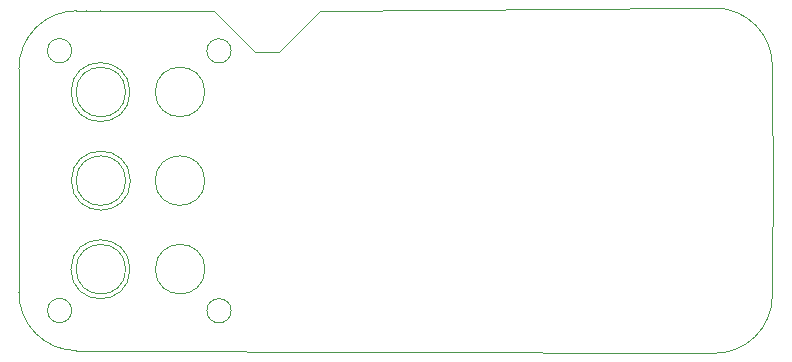
<source format=gbr>
%TF.GenerationSoftware,Altium Limited,Altium Designer,20.2.6 (244)*%
G04 Layer_Color=16711935*
%FSLAX45Y45*%
%MOMM*%
%TF.SameCoordinates,BE144905-350C-4E41-9AB6-63F68E724E9C*%
%TF.FilePolarity,Positive*%
%TF.FileFunction,Other,Mechanical_1*%
%TF.Part,Single*%
G01*
G75*
%TA.AperFunction,NonConductor*%
%ADD77C,0.01270*%
%ADD78C,0.01300*%
D77*
X641Y514868D02*
G03*
X487843Y23521I488957J-2388D01*
G01*
X687782Y2901799D02*
G03*
X688417Y2901802I318J1D01*
G01*
X575411Y2901390D02*
G03*
X576046Y2901392I318J1D01*
G01*
X487527Y2901183D02*
G03*
X488162Y2901185I318J1D01*
G01*
X1796870Y2561256D02*
G03*
X1796870Y2561256I-102500J0D01*
G01*
X446872Y2562765D02*
G03*
X446872Y2562765I-102500J0D01*
G01*
X446851Y362717D02*
G03*
X446851Y362717I-102500J0D01*
G01*
X1796870Y361260D02*
G03*
X1796870Y361260I-102500J0D01*
G01*
X1575584Y712908D02*
G03*
X1575584Y712908I-210000J0D01*
G01*
X1574196Y1462500D02*
G03*
X1574196Y1462500I-210000J0D01*
G01*
X1574194Y2213272D02*
G03*
X1574194Y2213272I-210000J0D01*
G01*
X904202Y2212520D02*
G03*
X904202Y2212520I-210000J0D01*
G01*
X904197Y1462511D02*
G03*
X904197Y1462511I-210000J0D01*
G01*
X904191Y712503D02*
G03*
X904191Y712503I-210000J0D01*
G01*
D02*
G03*
X904191Y712503I-210000J0D01*
G01*
X904197Y1462511D02*
G03*
X904197Y1462511I-210000J0D01*
G01*
X904202Y2212520D02*
G03*
X904202Y2212520I-210000J0D01*
G01*
X1574194Y2213272D02*
G03*
X1574194Y2213272I-210000J0D01*
G01*
X1574196Y1462500D02*
G03*
X1574196Y1462500I-210000J0D01*
G01*
X1575584Y712908D02*
G03*
X1575584Y712908I-210000J0D01*
G01*
X487843Y2900866D02*
G03*
X641Y2409519I1740J-488945D01*
G01*
X5888304Y641D02*
G03*
X6379652Y487842I2379J488967D01*
G01*
X6379652Y2436545D02*
G03*
X5888305Y2923747I-488929J-1724D01*
G01*
X941018Y2212187D02*
G03*
X941018Y2212187I-250000J0D01*
G01*
X944195Y1462194D02*
G03*
X944195Y1462194I-250000J0D01*
G01*
X941018Y712200D02*
G03*
X941018Y712200I-250000J0D01*
G01*
D02*
G03*
X941018Y712200I-250000J0D01*
G01*
X944195Y1462194D02*
G03*
X944195Y1462194I-250000J0D01*
G01*
X941018Y2212187D02*
G03*
X941018Y2212187I-250000J0D01*
G01*
X688098Y22904D02*
X5688052Y1721D01*
X641Y514868D02*
X1308Y626787D01*
X1722Y2209265D02*
X4885Y1462194D01*
X1722Y715122D02*
X4885Y1462194D01*
X6380269Y688098D02*
X6383551Y1462194D01*
X6380269Y2236289D02*
X6383551Y1462194D01*
X5800422Y2923209D02*
X5888305Y2923747D01*
X5688052Y2922666D02*
X5800422Y2923209D01*
X599764Y2901148D02*
X688098Y2901483D01*
X487843Y2900866D02*
X599764Y2901148D01*
X641Y2409519D02*
X1179Y2321636D01*
X1722Y2209265D01*
X1308Y626787D02*
X1722Y715122D01*
X487843Y23521D02*
X575728Y23314D01*
X688098Y22904D01*
X5688052Y1721D02*
X5776386Y1307D01*
X5888305Y640D01*
X6379652Y487842D02*
X6379859Y575727D01*
X6380269Y688098D01*
X6379934Y2324624D02*
X6380269Y2236289D01*
X6379652Y2436545D02*
X6379934Y2324624D01*
D78*
X2550250Y2900250D02*
X5688052Y2922666D01*
X2200000Y2550000D02*
X2550250Y2900250D01*
X2000000Y2550000D02*
X2200000D01*
X1648198Y2901802D02*
X2000000Y2550000D01*
X688417Y2901802D02*
X1648198D01*
%TF.MD5,61a9d26e72768ea679105d23e0efe1a4*%
M02*

</source>
